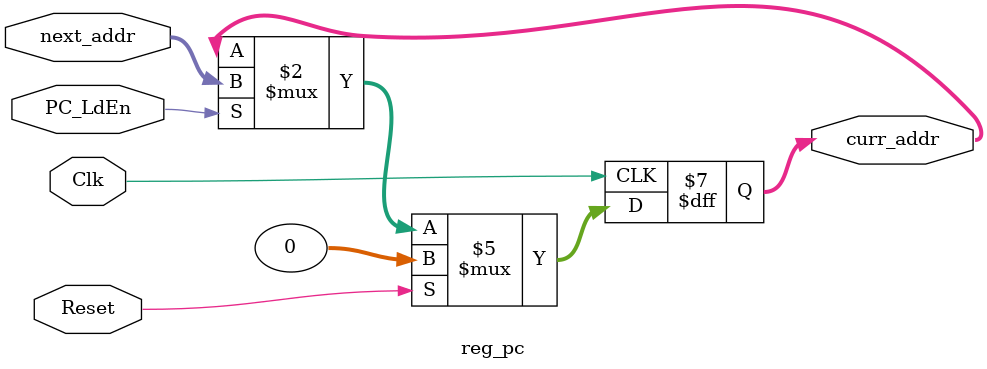
<source format=v>
`timescale 1ns / 1ps
module reg_pc(
    input [31:0] next_addr,
    output reg [31:0] curr_addr,
    input Clk,
    input PC_LdEn,
    input Reset
    );
	 
always @(posedge Clk)
	if (Reset)
		curr_addr <= 32'h0000_0000;
	else if (PC_LdEn)
		curr_addr <= next_addr;
endmodule

</source>
